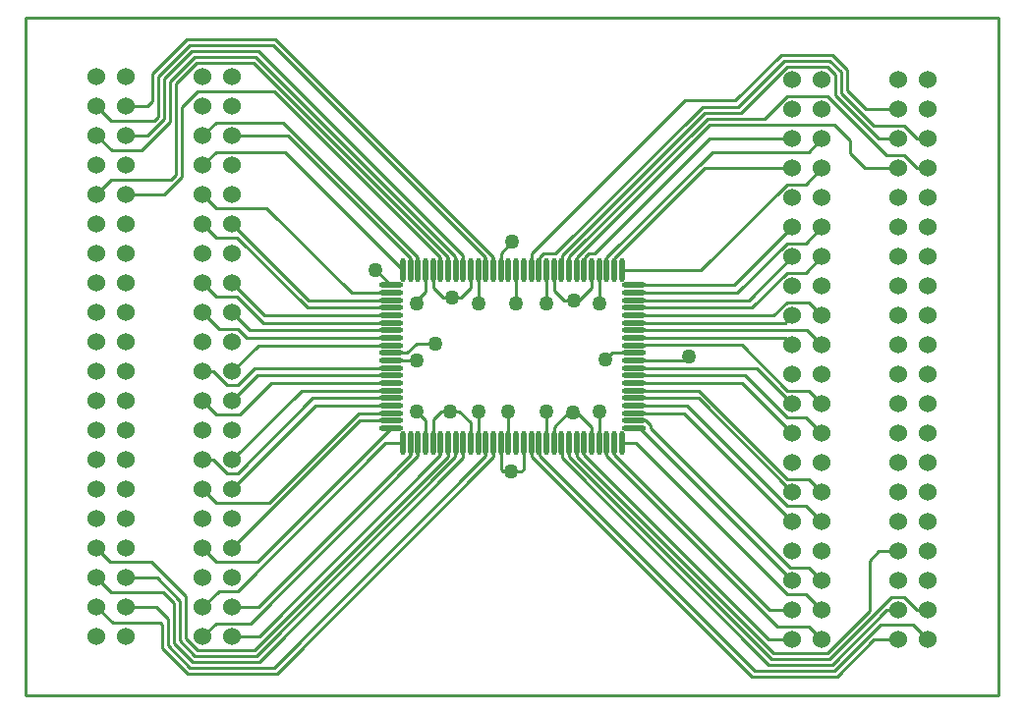
<source format=gtl>
%FSLAX25Y25*%
%MOIN*%
G70*
G01*
G75*
G04 Layer_Physical_Order=1*
G04 Layer_Color=255*
%ADD10O,0.01772X0.08268*%
%ADD11O,0.08268X0.01772*%
%ADD12C,0.01000*%
%ADD13C,0.06000*%
%ADD14C,0.05000*%
D10*
X32106Y29331D02*
D03*
X29547D02*
D03*
X26988D02*
D03*
X24429D02*
D03*
X21870D02*
D03*
X19311D02*
D03*
X16752D02*
D03*
X14193D02*
D03*
X11634D02*
D03*
X9075D02*
D03*
X6516D02*
D03*
X3957D02*
D03*
X1398D02*
D03*
X-1161D02*
D03*
X-3720D02*
D03*
X-6280D02*
D03*
X-8839D02*
D03*
X-11398D02*
D03*
X-13957D02*
D03*
X-16516D02*
D03*
X-19075D02*
D03*
X-21634D02*
D03*
X-24193D02*
D03*
X-26752D02*
D03*
X-29311D02*
D03*
X-31870D02*
D03*
X-34429D02*
D03*
X-36988D02*
D03*
X-39547D02*
D03*
X-42106D02*
D03*
Y-29331D02*
D03*
X-39547D02*
D03*
X-36988D02*
D03*
X-34429D02*
D03*
X-31870D02*
D03*
X-29311D02*
D03*
X-26752D02*
D03*
X-24193D02*
D03*
X-21634D02*
D03*
X-19075D02*
D03*
X-16516D02*
D03*
X-13957D02*
D03*
X-11398D02*
D03*
X-8839D02*
D03*
X-6280D02*
D03*
X-3720D02*
D03*
X-1161D02*
D03*
X1398D02*
D03*
X3957D02*
D03*
X6516D02*
D03*
X9075D02*
D03*
X11634D02*
D03*
X14193D02*
D03*
X16752D02*
D03*
X19311D02*
D03*
X21870D02*
D03*
X24429D02*
D03*
X26988D02*
D03*
X29547D02*
D03*
X32106D02*
D03*
D11*
X-46142Y24311D02*
D03*
Y21752D02*
D03*
Y19193D02*
D03*
Y16634D02*
D03*
Y14075D02*
D03*
Y11516D02*
D03*
Y8957D02*
D03*
Y6398D02*
D03*
Y3839D02*
D03*
Y1280D02*
D03*
Y-1280D02*
D03*
Y-3839D02*
D03*
Y-6398D02*
D03*
Y-8957D02*
D03*
Y-11516D02*
D03*
Y-14075D02*
D03*
Y-16634D02*
D03*
Y-19193D02*
D03*
Y-21752D02*
D03*
Y-24311D02*
D03*
X36142D02*
D03*
Y-21752D02*
D03*
Y-19193D02*
D03*
Y-16634D02*
D03*
Y-14075D02*
D03*
Y-11516D02*
D03*
Y-8957D02*
D03*
Y-6398D02*
D03*
Y-3839D02*
D03*
Y-1280D02*
D03*
Y1280D02*
D03*
Y3839D02*
D03*
Y6398D02*
D03*
Y8957D02*
D03*
Y11516D02*
D03*
Y14075D02*
D03*
Y16634D02*
D03*
Y19193D02*
D03*
Y21752D02*
D03*
Y24311D02*
D03*
D12*
X77839Y-3839D02*
X90000Y-16000D01*
X95500Y-11500D02*
X100000Y-16000D01*
X88328Y-11500D02*
X95500D01*
X36142Y6398D02*
X87602D01*
X90000Y4000D01*
X36142Y8957D02*
X95043D01*
X100000Y4000D01*
X36142Y11516D02*
X87516D01*
X90000Y14000D01*
X36142Y14075D02*
X83711D01*
X88136Y18500D01*
X95500D01*
X100000Y14000D01*
X36142Y16634D02*
X76270D01*
X88136Y28500D01*
X94500D02*
X100000Y34000D01*
X88136Y28500D02*
X94500D01*
X36142Y19193D02*
X75193D01*
X90000Y34000D01*
X36142Y21752D02*
X71388D01*
X94500Y38500D02*
X100000Y44000D01*
X88136Y38500D02*
X94500D01*
X36142Y24311D02*
X70311D01*
X74034Y-6398D02*
X88136Y-20500D01*
X94500D02*
X100000Y-26000D01*
X88136Y-20500D02*
X94500D01*
X36142Y-14075D02*
X58075D01*
X36142Y-16634D02*
X54270D01*
X36142Y-11516D02*
X58344D01*
X95500Y-41500D02*
X100000Y-46000D01*
X36142Y-19193D02*
X53193D01*
X36142Y-21752D02*
X40205D01*
X41776Y-23323D01*
X36142Y-24311D02*
X38311D01*
X32106Y-29331D02*
X36967D01*
X95500Y-91500D02*
X100000Y-96000D01*
X82153Y-86000D02*
X90000D01*
X72957Y-8957D02*
X90000Y-26000D01*
X58075Y-14075D02*
X90000Y-46000D01*
X41776Y-24140D02*
Y-23323D01*
X26988Y-33663D02*
Y-29331D01*
X58344Y-11516D02*
X88328Y-41500D01*
X95500D01*
Y-71500D02*
X100000Y-76000D01*
X89136Y-71500D02*
X95500D01*
X88136Y-80500D02*
X94500D01*
X100000Y-86000D01*
X41776Y-24140D02*
X89136Y-71500D01*
X29547Y-33394D02*
Y-29331D01*
X54270Y-16634D02*
X88136Y-50500D01*
X94500D01*
X100000Y-56000D01*
X53193Y-19193D02*
X90000Y-56000D01*
X38311Y-24311D02*
X90000Y-76000D01*
X36967Y-29331D02*
X88136Y-80500D01*
X29547Y-33394D02*
X82153Y-86000D01*
X26988Y-33663D02*
X84825Y-91500D01*
X95500D01*
X81917Y-96000D02*
X90000D01*
X19311Y-33394D02*
Y-29331D01*
Y-33394D02*
X81917Y-96000D01*
X16752Y-29331D02*
X16925Y-29504D01*
Y-33836D02*
Y-29504D01*
Y-33836D02*
X83689Y-100600D01*
X101764D01*
X132364Y-86000D02*
X136000D01*
X127864Y-81500D02*
X132364Y-86000D01*
X82860Y-102600D02*
X102592D01*
X14366Y-34106D02*
X82860Y-102600D01*
X14366Y-34106D02*
Y-29504D01*
X123692Y-81500D02*
X127864D01*
X102592Y-102600D02*
X123692Y-81500D01*
X122021Y-86000D02*
X126000D01*
X103421Y-104600D02*
X122021Y-86000D01*
X82032Y-104600D02*
X103421D01*
X11807Y-34375D02*
X82032Y-104600D01*
X11807Y-34375D02*
Y-29504D01*
X3957Y-29331D02*
X4130Y-29504D01*
Y-33567D02*
Y-29504D01*
X104249Y-106600D02*
X119949Y-90900D01*
X4130Y-33567D02*
X77163Y-106600D01*
X104249D01*
X119949Y-90900D02*
X130900D01*
X136000Y-96000D01*
X117678D02*
X126000D01*
X105078Y-108600D02*
X117678Y-96000D01*
X76335Y-108600D02*
X105078D01*
X119300Y-66000D02*
X126000D01*
X101764Y-100600D02*
X116100Y-86264D01*
Y-69200D01*
X119300Y-66000D01*
X32106Y29331D02*
X58967D01*
X88136Y58500D01*
X94500D02*
X100000Y64000D01*
X88136Y58500D02*
X94500D01*
X29547Y29331D02*
Y33394D01*
X60154Y64000D01*
X90000D01*
X26988Y29331D02*
Y33663D01*
X62825Y69500D01*
X95500D02*
X100000Y74000D01*
X62825Y69500D02*
X95500D01*
X71388Y21752D02*
X88136Y38500D01*
X70311Y24311D02*
X90000Y44000D01*
X19311Y29331D02*
X19484Y29504D01*
Y33567D01*
X20882Y34965D01*
X22965D01*
X16752Y29331D02*
X16925Y29504D01*
Y33836D01*
X61889Y78800D01*
X109500Y69200D02*
Y73500D01*
Y69200D02*
X114700Y64000D01*
X126000D01*
X132364D02*
X136000D01*
X22965Y34965D02*
X62000Y74000D01*
X90000D01*
X61060Y80800D02*
X80436D01*
X14366Y34106D02*
X61060Y80800D01*
X14366Y29504D02*
Y34106D01*
X11634Y29331D02*
X11807Y29504D01*
Y34375D01*
X60232Y82800D01*
X72436D01*
X104200Y78800D02*
X109500Y73500D01*
X80436Y80800D02*
X88136Y88500D01*
X72436Y82800D02*
X88136Y98500D01*
X101864D02*
X104500Y95864D01*
X61889Y78800D02*
X104200D01*
X104500Y88692D02*
X119192Y74000D01*
X104500Y88692D02*
Y95864D01*
X88136Y98500D02*
X101864D01*
X88136Y88500D02*
X101864D01*
X121864Y68500D01*
X127864D01*
X132364Y64000D01*
X119192Y74000D02*
X126000D01*
X132364D02*
X136000D01*
X127864Y78500D02*
X132364Y74000D01*
X106500Y89521D02*
Y96692D01*
X102692Y100500D02*
X106500Y96692D01*
Y89521D02*
X117521Y78500D01*
X127864D01*
X1398Y29331D02*
X1571Y29504D01*
X103521Y102500D02*
X108500Y97521D01*
Y90349D02*
Y97521D01*
Y90349D02*
X114849Y84000D01*
X126000D01*
X59403Y84800D02*
X71608D01*
X87308Y100500D01*
X102692D01*
X4130Y29504D02*
Y33567D01*
X5528Y34965D01*
X9568D01*
X59403Y84800D01*
X70600Y86900D02*
X86200Y102500D01*
X103521D01*
X1571Y29504D02*
Y35071D01*
X53400Y86900D01*
X70600D01*
X-59580Y21752D02*
X-46142D01*
X-74193Y19193D02*
X-46142D01*
X-74462Y16634D02*
X-46142D01*
X-110000Y45000D02*
X-105500Y40500D01*
X-98328D01*
X-89075Y14075D02*
X-46142D01*
X-100000Y25000D02*
X-89075Y14075D01*
X-89344Y11516D02*
X-46142D01*
X-93957Y8957D02*
X-46142D01*
X-100000Y15000D02*
X-93957Y8957D01*
X-110000Y15000D02*
X-104500Y9500D01*
X-95034Y6398D02*
X-46142D01*
X-98136Y9500D02*
X-95034Y6398D01*
X-104500Y9500D02*
X-98136D01*
X-91161Y3839D02*
X-46142D01*
X-100000Y-5000D02*
X-91161Y3839D01*
X-110000Y-5000D02*
X-106364D01*
X-92475Y-3839D02*
X-46142D01*
X-91398Y-6398D02*
X-46142D01*
X-106364Y-5000D02*
X-101864Y-9500D01*
X-98136D01*
X-92475Y-3839D01*
X-100000Y-15000D02*
X-91398Y-6398D01*
X-110000Y-15000D02*
X-105500Y-19500D01*
X-97328D01*
X-86785Y-8957D01*
X-46142D01*
X-71634Y-16634D02*
X-46142D01*
X-76516Y-11516D02*
X-46142D01*
X-72711Y-14075D02*
X-46142D01*
X-110000Y-35000D02*
X-106364D01*
X-100000D02*
X-76516Y-11516D01*
X-110000Y-45000D02*
X-105500Y-49500D01*
X-56752Y-21752D02*
X-46142D01*
X-57021Y-19193D02*
X-46142D01*
X-105500Y-49500D02*
X-87328D01*
X-110000Y-65000D02*
X-105500Y-69500D01*
X-106364Y-35000D02*
X-101864Y-39500D01*
X-98136D01*
X-72711Y-14075D01*
X-47967Y-29331D02*
X-42106D01*
X-98136Y-79500D02*
X-47967Y-29331D01*
X-110000Y-85000D02*
X-104500Y-79500D01*
X-98136D01*
X-105500Y-69500D02*
X-91331D01*
X-36988Y-33663D02*
Y-29331D01*
X-93825Y-90500D02*
X-36988Y-33663D01*
X-110000Y-95000D02*
X-105500Y-90500D01*
X-93825D01*
X-100000Y-85000D02*
X-91153D01*
X-39547Y-33394D01*
Y-29331D01*
X-29311Y-33394D02*
Y-29331D01*
X-90917Y-95000D02*
X-29311Y-33394D01*
X-100000Y-95000D02*
X-90917D01*
X-100000Y-45000D02*
X-71634Y-16634D01*
X-87328Y-49500D02*
X-57021Y-19193D01*
X-100000Y-65000D02*
X-56752Y-21752D01*
X-91331Y-69500D02*
X-46142Y-24311D01*
X-26925Y-29504D02*
X-26752Y-29331D01*
X-26925Y-33836D02*
Y-29504D01*
X-115800Y-95564D02*
X-111864Y-99500D01*
X-92589D02*
X-26925Y-33836D01*
X-111864Y-99500D02*
X-92589D01*
X-146000Y-65000D02*
X-141300Y-69700D01*
X-24366Y-29504D02*
X-24193Y-29331D01*
X-24366Y-34106D02*
Y-29504D01*
X-112692Y-101500D02*
X-91760D01*
X-117800Y-96392D02*
X-112692Y-101500D01*
X-91760D02*
X-24366Y-34106D01*
X-141300Y-69700D02*
X-127300D01*
X-136000Y-75000D02*
X-125600D01*
X-146000D02*
X-141100Y-79900D01*
X-119800Y-97221D02*
X-113521Y-103500D01*
X-90932D01*
X-21807Y-34375D01*
Y-29504D01*
X-121800Y-98049D02*
X-114349Y-105500D01*
X-85800D01*
X-146000Y-85000D02*
X-140600Y-90400D01*
X-124400D01*
X-115800Y-95564D02*
Y-81200D01*
X-127300Y-69700D02*
X-115800Y-81200D01*
X-117800Y-96392D02*
Y-82800D01*
X-125600Y-75000D02*
X-117800Y-82800D01*
X-119800Y-97221D02*
Y-83628D01*
X-123528Y-79900D02*
X-119800Y-83628D01*
X-141100Y-79900D02*
X-123528D01*
X-121800Y-98049D02*
Y-89000D01*
X-125700Y-85100D02*
X-121800Y-89000D01*
X-135900Y-85100D02*
X-125700D01*
X-123800Y-98878D02*
X-115178Y-107500D01*
X-84900D01*
X-124400Y-90400D02*
X-123800Y-91000D01*
Y-98878D02*
Y-91000D01*
X1571Y-33836D02*
Y-29504D01*
Y-33836D02*
X76335Y-108600D01*
X-110000Y55000D02*
X-105500Y50500D01*
X-88328D01*
X-82275Y69500D02*
X-42106Y29331D01*
X-39547D02*
Y33394D01*
X-81153Y75000D02*
X-39547Y33394D01*
X-100000Y75000D02*
X-81153D01*
X-110000Y65000D02*
X-105500Y69500D01*
X-82275D01*
X-36988Y29331D02*
Y33663D01*
X-82825Y79500D02*
X-36988Y33663D01*
X-110000Y75000D02*
X-105500Y79500D01*
X-110000Y25000D02*
X-105500Y20500D01*
X-98328D01*
X-89344Y11516D01*
X-98328Y40500D02*
X-74462Y16634D01*
X-100000Y45000D02*
X-74193Y19193D01*
X-88328Y50500D02*
X-59580Y21752D01*
X-29484Y29504D02*
X-29311Y29331D01*
X-29484Y29504D02*
Y33567D01*
X-85917Y90000D02*
X-29484Y33567D01*
X-117000Y61000D02*
Y84800D01*
X-111800Y90000D01*
X-26925Y29504D02*
X-26752Y29331D01*
X-26925Y29504D02*
Y33836D01*
X-123000Y55000D02*
X-117000Y61000D01*
X-136000Y55000D02*
X-123000D01*
X-119000Y61828D02*
Y92700D01*
X-120928Y59900D02*
X-119000Y61828D01*
X-141100Y59900D02*
X-120928D01*
X-146000Y55000D02*
X-141100Y59900D01*
X-24366Y29504D02*
X-24193Y29331D01*
X-24366Y29504D02*
Y34106D01*
X-91960Y101700D02*
X-24366Y34106D01*
X-121000Y79800D02*
Y93528D01*
X-130900Y69900D02*
X-121000Y79800D01*
X-140900Y69900D02*
X-130900D01*
X-146000Y75000D02*
X-140900Y69900D01*
X-136000Y75000D02*
X-128628D01*
X-123000Y80628D01*
Y94357D01*
X-113657Y103700D01*
X-105500Y79500D02*
X-82825D01*
X-111800Y90000D02*
X-85917D01*
X-112828Y101700D02*
X-91960D01*
X-119000Y92700D02*
X-112000Y99700D01*
X-92789D01*
X-26925Y33836D01*
X-121000Y93528D02*
X-112828Y101700D01*
X-113657Y103700D02*
X-91132D01*
X-21807Y34375D01*
Y29504D02*
Y34375D01*
Y29504D02*
X-21634Y29331D01*
X-14130Y29504D02*
X-13957Y29331D01*
X-14130Y29504D02*
Y33567D01*
X-125000Y95185D02*
X-114485Y105700D01*
X-125000Y81457D02*
Y95185D01*
X-126457Y80000D02*
X-125000Y81457D01*
X-86263Y105700D02*
X-14130Y33567D01*
X-114485Y105700D02*
X-86263D01*
X-141000Y80000D02*
X-126457D01*
X-146000Y85000D02*
X-141000Y80000D01*
X-136000Y85000D02*
X-128700D01*
X-127000Y86700D01*
Y96014D01*
X-115314Y107700D01*
X-11571Y29504D02*
X-11398Y29331D01*
X-85435Y107700D02*
X-11571Y33836D01*
Y29504D02*
Y33836D01*
X-115314Y107700D02*
X-85435D01*
X-46142Y1280D02*
X-40720D01*
X-37500Y4500D01*
X-31000D01*
X-31870Y-29331D02*
Y-21370D01*
X-29000Y-18500D01*
X-19075Y-29331D02*
Y-22425D01*
X-23000Y-18500D02*
X-19075Y-22425D01*
X-29000Y-18500D02*
X-26000D01*
X-23000D01*
X-85800Y-105500D02*
X-13957Y-33657D01*
Y-29331D01*
X-84900Y-107500D02*
X-11398Y-33998D01*
Y-29331D01*
X-1161Y-38161D02*
Y-29331D01*
X-8839Y-38161D02*
Y-29331D01*
Y-38161D02*
X-8000Y-39000D01*
X-5500D01*
X-2000D01*
X-1161Y-38161D01*
X-34429Y-29331D02*
Y-21571D01*
X-37500Y-18500D02*
X-34429Y-21571D01*
X-37500Y18000D02*
Y19000D01*
X-34429Y22071D01*
Y29331D01*
X-46121Y-1300D02*
X-37500D01*
X-46142Y-1280D02*
X-46121Y-1300D01*
X-16516Y17984D02*
Y29331D01*
X-3720Y18220D02*
Y29331D01*
X6516Y18016D02*
Y29331D01*
X24429Y18071D02*
Y29331D01*
X-16516Y-18516D02*
X-16500Y-18500D01*
X-6280Y-29331D02*
Y-18620D01*
X6516Y-29331D02*
Y-18616D01*
X24429Y-29331D02*
Y-18629D01*
X28780Y1280D02*
X36142D01*
X26500Y-1000D02*
X28780Y1280D01*
X-16516Y-29331D02*
Y-18516D01*
X9075Y-29331D02*
Y-23925D01*
X14000Y-19000D01*
X17000D01*
X21870Y-23870D01*
Y-29331D02*
Y-23870D01*
X36142Y-8957D02*
X72957D01*
X36142Y-1280D02*
X53720D01*
X36142Y-6398D02*
X74034D01*
X53720Y-1280D02*
X55000Y0D01*
X56657Y-4000D02*
X56818Y-3839D01*
X77839D01*
X36142D02*
X36303Y-4000D01*
X56657D01*
X36142Y3839D02*
X36303Y4000D01*
X72828D01*
X88328Y-11500D01*
X21870Y23370D02*
Y29331D01*
X17500Y19000D02*
X21870Y23370D01*
X16000Y19000D02*
X17500D01*
X12500D02*
X16000D01*
X9075Y22425D02*
X12500Y19000D01*
X9075Y22425D02*
Y29331D01*
X-8839D02*
Y35161D01*
X-5000Y39000D01*
X-19075Y23425D02*
Y29331D01*
X-22500Y20000D02*
X-19075Y23425D01*
X-25500Y20000D02*
X-22500D01*
X-28500D02*
X-25500D01*
X-31870Y23370D02*
X-28500Y20000D01*
X-31870Y23370D02*
Y29331D01*
X-51331Y29500D02*
X-46142Y24311D01*
X-170000Y-115000D02*
Y115000D01*
Y-115000D02*
X160000D01*
Y115000D01*
X-170000D02*
X160000D01*
D13*
X136000Y-96000D02*
D03*
X126000D02*
D03*
X136000Y-86000D02*
D03*
X126000D02*
D03*
X136000Y-76000D02*
D03*
X126000D02*
D03*
X136000Y-66000D02*
D03*
X126000D02*
D03*
X136000Y-56000D02*
D03*
X126000D02*
D03*
X136000Y-46000D02*
D03*
X126000D02*
D03*
X136000Y-36000D02*
D03*
X126000D02*
D03*
X136000Y-26000D02*
D03*
X126000D02*
D03*
X136000Y-16000D02*
D03*
X126000D02*
D03*
X136000Y-6000D02*
D03*
X126000D02*
D03*
X136000Y4000D02*
D03*
X126000D02*
D03*
X136000Y14000D02*
D03*
X126000D02*
D03*
X136000Y24000D02*
D03*
X126000D02*
D03*
X136000Y34000D02*
D03*
X126000D02*
D03*
X136000Y44000D02*
D03*
X126000D02*
D03*
X136000Y54000D02*
D03*
X126000D02*
D03*
X136000Y64000D02*
D03*
X126000D02*
D03*
X136000Y74000D02*
D03*
X126000D02*
D03*
X136000Y84000D02*
D03*
X126000D02*
D03*
X136000Y94000D02*
D03*
X126000D02*
D03*
X100000Y-96000D02*
D03*
X90000D02*
D03*
X100000Y-86000D02*
D03*
X90000D02*
D03*
X100000Y-76000D02*
D03*
X90000D02*
D03*
X100000Y-66000D02*
D03*
X90000D02*
D03*
X100000Y-56000D02*
D03*
X90000D02*
D03*
X100000Y-46000D02*
D03*
X90000D02*
D03*
X100000Y-36000D02*
D03*
X90000D02*
D03*
X100000Y-26000D02*
D03*
X90000D02*
D03*
X100000Y-16000D02*
D03*
X90000D02*
D03*
X100000Y-6000D02*
D03*
X90000D02*
D03*
X100000Y4000D02*
D03*
X90000D02*
D03*
X100000Y14000D02*
D03*
X90000D02*
D03*
X100000Y24000D02*
D03*
X90000D02*
D03*
X100000Y34000D02*
D03*
X90000D02*
D03*
X100000Y44000D02*
D03*
X90000D02*
D03*
X100000Y54000D02*
D03*
X90000D02*
D03*
X100000Y64000D02*
D03*
X90000D02*
D03*
X100000Y74000D02*
D03*
X90000D02*
D03*
X100000Y84000D02*
D03*
X90000D02*
D03*
X100000Y94000D02*
D03*
X90000D02*
D03*
X-136000Y-95000D02*
D03*
X-146000D02*
D03*
X-136000Y-85000D02*
D03*
X-146000D02*
D03*
X-136000Y-75000D02*
D03*
X-146000D02*
D03*
X-136000Y-65000D02*
D03*
X-146000D02*
D03*
X-136000Y-55000D02*
D03*
X-146000D02*
D03*
X-136000Y-45000D02*
D03*
X-146000D02*
D03*
X-136000Y-35000D02*
D03*
X-146000D02*
D03*
X-136000Y-25000D02*
D03*
X-146000D02*
D03*
X-136000Y-15000D02*
D03*
X-146000D02*
D03*
X-136000Y-5000D02*
D03*
X-146000D02*
D03*
X-136000Y5000D02*
D03*
X-146000D02*
D03*
X-136000Y15000D02*
D03*
X-146000D02*
D03*
X-136000Y25000D02*
D03*
X-146000D02*
D03*
X-136000Y35000D02*
D03*
X-146000D02*
D03*
X-136000Y45000D02*
D03*
X-146000D02*
D03*
X-136000Y55000D02*
D03*
X-146000D02*
D03*
X-136000Y65000D02*
D03*
X-146000D02*
D03*
X-136000Y75000D02*
D03*
X-146000D02*
D03*
X-136000Y85000D02*
D03*
X-146000D02*
D03*
X-136000Y95000D02*
D03*
X-146000D02*
D03*
X-100000Y-95000D02*
D03*
X-110000D02*
D03*
X-100000Y-85000D02*
D03*
X-110000D02*
D03*
X-100000Y-75000D02*
D03*
X-110000D02*
D03*
X-100000Y-65000D02*
D03*
X-110000D02*
D03*
X-100000Y-55000D02*
D03*
X-110000D02*
D03*
X-100000Y-45000D02*
D03*
X-110000D02*
D03*
X-100000Y-35000D02*
D03*
X-110000D02*
D03*
X-100000Y-25000D02*
D03*
X-110000D02*
D03*
X-100000Y-15000D02*
D03*
X-110000D02*
D03*
X-100000Y-5000D02*
D03*
X-110000D02*
D03*
X-100000Y5000D02*
D03*
X-110000D02*
D03*
X-100000Y15000D02*
D03*
X-110000D02*
D03*
X-100000Y25000D02*
D03*
X-110000D02*
D03*
X-100000Y35000D02*
D03*
X-110000D02*
D03*
X-100000Y45000D02*
D03*
X-110000D02*
D03*
X-100000Y55000D02*
D03*
X-110000D02*
D03*
X-100000Y65000D02*
D03*
X-110000D02*
D03*
X-100000Y75000D02*
D03*
X-110000D02*
D03*
X-100000Y85000D02*
D03*
X-110000D02*
D03*
X-100000Y95000D02*
D03*
X-110000D02*
D03*
D14*
X-37500Y-18500D02*
D03*
Y18000D02*
D03*
Y-1300D02*
D03*
X-16516Y17984D02*
D03*
X-3720Y18220D02*
D03*
X6516Y18016D02*
D03*
X24429Y18071D02*
D03*
X-16500Y-18500D02*
D03*
X-6280Y-18620D02*
D03*
X6516Y-18616D02*
D03*
X24429Y-18629D02*
D03*
X26500Y-1000D02*
D03*
X-31000Y4500D02*
D03*
X-26000Y-18500D02*
D03*
X-5500Y-39000D02*
D03*
X15500Y-19000D02*
D03*
X55000Y0D02*
D03*
X16000Y19000D02*
D03*
X-5000Y39000D02*
D03*
X-25500Y20000D02*
D03*
X-51331Y29500D02*
D03*
M02*

</source>
